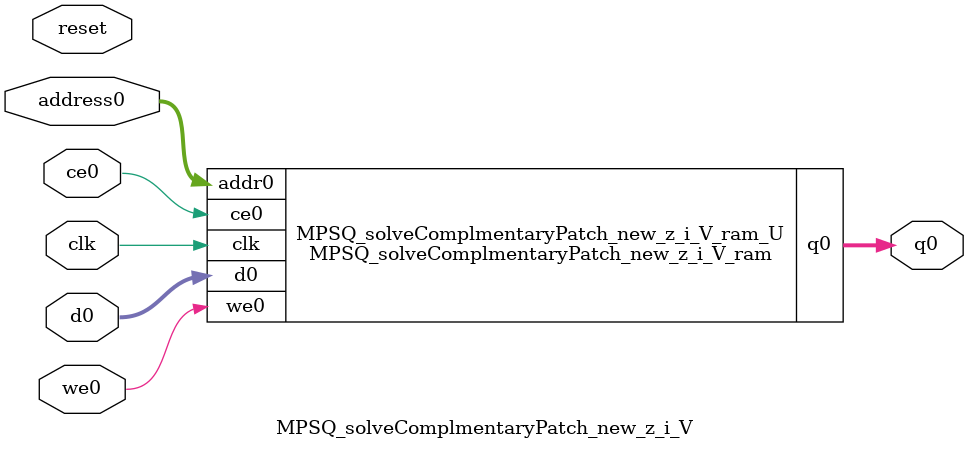
<source format=v>
`timescale 1 ns / 1 ps
module MPSQ_solveComplmentaryPatch_new_z_i_V_ram (addr0, ce0, d0, we0, q0,  clk);

parameter DWIDTH = 32;
parameter AWIDTH = 3;
parameter MEM_SIZE = 5;

input[AWIDTH-1:0] addr0;
input ce0;
input[DWIDTH-1:0] d0;
input we0;
output reg[DWIDTH-1:0] q0;
input clk;

reg [DWIDTH-1:0] ram[0:MEM_SIZE-1];




always @(posedge clk)  
begin 
    if (ce0) begin
        if (we0) 
            ram[addr0] <= d0; 
        q0 <= ram[addr0];
    end
end


endmodule

`timescale 1 ns / 1 ps
module MPSQ_solveComplmentaryPatch_new_z_i_V(
    reset,
    clk,
    address0,
    ce0,
    we0,
    d0,
    q0);

parameter DataWidth = 32'd32;
parameter AddressRange = 32'd5;
parameter AddressWidth = 32'd3;
input reset;
input clk;
input[AddressWidth - 1:0] address0;
input ce0;
input we0;
input[DataWidth - 1:0] d0;
output[DataWidth - 1:0] q0;



MPSQ_solveComplmentaryPatch_new_z_i_V_ram MPSQ_solveComplmentaryPatch_new_z_i_V_ram_U(
    .clk( clk ),
    .addr0( address0 ),
    .ce0( ce0 ),
    .we0( we0 ),
    .d0( d0 ),
    .q0( q0 ));

endmodule


</source>
